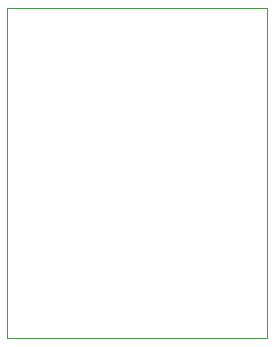
<source format=gbr>
%TF.GenerationSoftware,KiCad,Pcbnew,9.0.1+dfsg-1*%
%TF.CreationDate,2025-05-01T10:53:59+02:00*%
%TF.ProjectId,audio-codec,61756469-6f2d-4636-9f64-65632e6b6963,rev?*%
%TF.SameCoordinates,Original*%
%TF.FileFunction,Profile,NP*%
%FSLAX46Y46*%
G04 Gerber Fmt 4.6, Leading zero omitted, Abs format (unit mm)*
G04 Created by KiCad (PCBNEW 9.0.1+dfsg-1) date 2025-05-01 10:53:59*
%MOMM*%
%LPD*%
G01*
G04 APERTURE LIST*
%TA.AperFunction,Profile*%
%ADD10C,0.050000*%
%TD*%
G04 APERTURE END LIST*
D10*
%TO.C,M1*%
X73500000Y-49380000D02*
X73500000Y-77320000D01*
X95500000Y-49380000D02*
X73500000Y-49380000D01*
X95500000Y-49380000D02*
X95500000Y-77320000D01*
X95500000Y-77320000D02*
X73500000Y-77320000D01*
%TD*%
M02*

</source>
